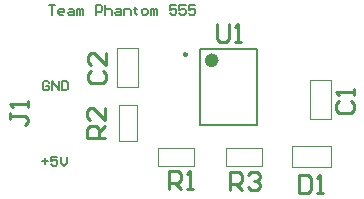
<source format=gto>
G04*
G04 #@! TF.GenerationSoftware,Altium Limited,Altium Designer,21.5.1 (32)*
G04*
G04 Layer_Color=65535*
%FSLAX25Y25*%
%MOIN*%
G70*
G04*
G04 #@! TF.SameCoordinates,CCD3DE6C-E2ED-4FCE-8E5A-4F3322D5B5BE*
G04*
G04*
G04 #@! TF.FilePolarity,Positive*
G04*
G01*
G75*
%ADD10C,0.00984*%
%ADD11C,0.02362*%
%ADD12C,0.00787*%
%ADD13C,0.00394*%
%ADD14C,0.01000*%
D10*
X165748Y160059D02*
G03*
X165748Y160059I-492J0D01*
G01*
D11*
X175197Y158071D02*
G03*
X175197Y158071I-1181J0D01*
G01*
D12*
X170079Y136417D02*
Y162008D01*
X188976Y136417D02*
Y162008D01*
X170079D02*
X188976D01*
X170079Y136417D02*
X188976D01*
X117323Y124409D02*
X119422D01*
X118372Y125459D02*
Y123359D01*
X122571Y125983D02*
X120471D01*
Y124409D01*
X121521Y124934D01*
X122046D01*
X122571Y124409D01*
Y123359D01*
X122046Y122835D01*
X120996D01*
X120471Y123359D01*
X123620Y125983D02*
Y123884D01*
X124670Y122835D01*
X125719Y123884D01*
Y125983D01*
X119685Y176377D02*
X121784D01*
X120735D01*
Y173228D01*
X124408D02*
X123358D01*
X122834Y173753D01*
Y174803D01*
X123358Y175327D01*
X124408D01*
X124933Y174803D01*
Y174278D01*
X122834D01*
X126507Y175327D02*
X127557D01*
X128081Y174803D01*
Y173228D01*
X126507D01*
X125982Y173753D01*
X126507Y174278D01*
X128081D01*
X129131Y173228D02*
Y175327D01*
X129656D01*
X130180Y174803D01*
Y173228D01*
Y174803D01*
X130705Y175327D01*
X131230Y174803D01*
Y173228D01*
X135428D02*
Y176377D01*
X137002D01*
X137527Y175852D01*
Y174803D01*
X137002Y174278D01*
X135428D01*
X138577Y176377D02*
Y173228D01*
Y174803D01*
X139101Y175327D01*
X140151D01*
X140676Y174803D01*
Y173228D01*
X142250Y175327D02*
X143299D01*
X143824Y174803D01*
Y173228D01*
X142250D01*
X141725Y173753D01*
X142250Y174278D01*
X143824D01*
X144874Y173228D02*
Y175327D01*
X146448D01*
X146973Y174803D01*
Y173228D01*
X148547Y175852D02*
Y175327D01*
X148022D01*
X149072D01*
X148547D01*
Y173753D01*
X149072Y173228D01*
X151171D02*
X152220D01*
X152745Y173753D01*
Y174803D01*
X152220Y175327D01*
X151171D01*
X150646Y174803D01*
Y173753D01*
X151171Y173228D01*
X153795D02*
Y175327D01*
X154320D01*
X154844Y174803D01*
Y173228D01*
Y174803D01*
X155369Y175327D01*
X155894Y174803D01*
Y173228D01*
X162191Y176377D02*
X160092D01*
Y174803D01*
X161142Y175327D01*
X161666D01*
X162191Y174803D01*
Y173753D01*
X161666Y173228D01*
X160617D01*
X160092Y173753D01*
X165340Y176377D02*
X163241D01*
Y174803D01*
X164290Y175327D01*
X164815D01*
X165340Y174803D01*
Y173753D01*
X164815Y173228D01*
X163765D01*
X163241Y173753D01*
X168488Y176377D02*
X166389D01*
Y174803D01*
X167439Y175327D01*
X167963D01*
X168488Y174803D01*
Y173753D01*
X167963Y173228D01*
X166914D01*
X166389Y173753D01*
X119816Y150655D02*
X119291Y151180D01*
X118241D01*
X117717Y150655D01*
Y148556D01*
X118241Y148031D01*
X119291D01*
X119816Y148556D01*
Y149606D01*
X118766D01*
X120865Y148031D02*
Y151180D01*
X122964Y148031D01*
Y151180D01*
X124014D02*
Y148031D01*
X125588D01*
X126113Y148556D01*
Y150655D01*
X125588Y151180D01*
X124014D01*
D13*
X156205Y122984D02*
X168205D01*
X156205D02*
Y128984D01*
X168205D01*
Y122984D02*
Y128984D01*
X142563Y162012D02*
X149563D01*
X142563Y149012D02*
Y162012D01*
Y149012D02*
X149563D01*
Y162012D01*
X206736Y151382D02*
X213736D01*
X206736Y138382D02*
Y151382D01*
Y138382D02*
X213736D01*
Y151382D01*
X143063Y143205D02*
X149063D01*
X143063Y131205D02*
Y143205D01*
Y131205D02*
X149063D01*
Y143205D01*
X190842Y122984D02*
Y128984D01*
X178842D02*
X190842D01*
X178842Y122984D02*
Y128984D01*
Y122984D02*
X190842D01*
X200831Y129484D02*
X213831D01*
Y122484D02*
Y129484D01*
X200831Y122484D02*
X213831D01*
X200831D02*
Y129484D01*
D14*
X106843Y140551D02*
Y138552D01*
Y139551D01*
X111842D01*
X112842Y138552D01*
Y137552D01*
X111842Y136553D01*
X112842Y142551D02*
Y144550D01*
Y143550D01*
X106843D01*
X107843Y142551D01*
X175923Y170322D02*
Y165323D01*
X176922Y164324D01*
X178922D01*
X179921Y165323D01*
Y170322D01*
X181921Y164324D02*
X183920D01*
X182920D01*
Y170322D01*
X181921Y169322D01*
X180041Y114717D02*
Y120716D01*
X183040D01*
X184040Y119716D01*
Y117717D01*
X183040Y116717D01*
X180041D01*
X182040D02*
X184040Y114717D01*
X186039Y119716D02*
X187039Y120716D01*
X189038D01*
X190038Y119716D01*
Y118716D01*
X189038Y117717D01*
X188038D01*
X189038D01*
X190038Y116717D01*
Y115717D01*
X189038Y114717D01*
X187039D01*
X186039Y115717D01*
X138432Y132206D02*
X132434D01*
Y135205D01*
X133434Y136205D01*
X135433D01*
X136433Y135205D01*
Y132206D01*
Y134206D02*
X138432Y136205D01*
Y142203D02*
Y138204D01*
X134433Y142203D01*
X133434D01*
X132434Y141203D01*
Y139204D01*
X133434Y138204D01*
X159781Y115111D02*
Y121109D01*
X162780D01*
X163779Y120110D01*
Y118110D01*
X162780Y117111D01*
X159781D01*
X161780D02*
X163779Y115111D01*
X165779D02*
X167778D01*
X166779D01*
Y121109D01*
X165779Y120110D01*
X203088Y119928D02*
Y113930D01*
X206087D01*
X207087Y114930D01*
Y118929D01*
X206087Y119928D01*
X203088D01*
X209086Y113930D02*
X211085D01*
X210086D01*
Y119928D01*
X209086Y118929D01*
X133827Y154512D02*
X132828Y153513D01*
Y151513D01*
X133827Y150513D01*
X137826D01*
X138826Y151513D01*
Y153513D01*
X137826Y154512D01*
X138826Y160510D02*
Y156511D01*
X134827Y160510D01*
X133827D01*
X132828Y159511D01*
Y157511D01*
X133827Y156511D01*
X216505Y144488D02*
X215505Y143489D01*
Y141489D01*
X216505Y140489D01*
X220503D01*
X221503Y141489D01*
Y143489D01*
X220503Y144488D01*
X221503Y146488D02*
Y148487D01*
Y147487D01*
X215505D01*
X216505Y146488D01*
M02*

</source>
